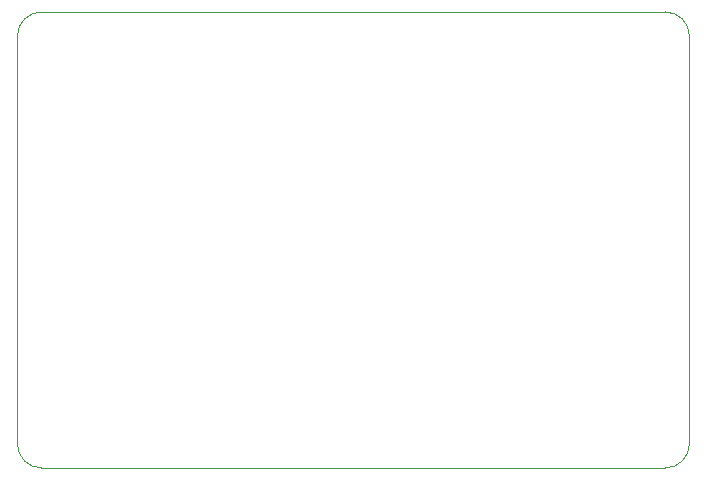
<source format=gbr>
%TF.GenerationSoftware,KiCad,Pcbnew,7.0.10*%
%TF.CreationDate,2024-01-06T19:25:44+00:00*%
%TF.ProjectId,v1a,7631612e-6b69-4636-9164-5f7063625858,rev?*%
%TF.SameCoordinates,Original*%
%TF.FileFunction,Profile,NP*%
%FSLAX46Y46*%
G04 Gerber Fmt 4.6, Leading zero omitted, Abs format (unit mm)*
G04 Created by KiCad (PCBNEW 7.0.10) date 2024-01-06 19:25:44*
%MOMM*%
%LPD*%
G01*
G04 APERTURE LIST*
%TA.AperFunction,Profile*%
%ADD10C,0.100000*%
%TD*%
G04 APERTURE END LIST*
D10*
X41402000Y-58674000D02*
X41402000Y-93218000D01*
X96266000Y-95250000D02*
G75*
G03*
X98298000Y-93217999I0J2032000D01*
G01*
X41402000Y-93218000D02*
G75*
G03*
X43434000Y-95250000I2032000J0D01*
G01*
X43434000Y-56642000D02*
X96266000Y-56642000D01*
X98297999Y-58674001D02*
G75*
G03*
X96265999Y-56642001I-2031999J1D01*
G01*
X98298000Y-93218000D02*
X98297999Y-58674001D01*
X43434000Y-56642000D02*
G75*
G03*
X41402000Y-58674000I0J-2032000D01*
G01*
X96266000Y-95249999D02*
X43434000Y-95250000D01*
M02*

</source>
